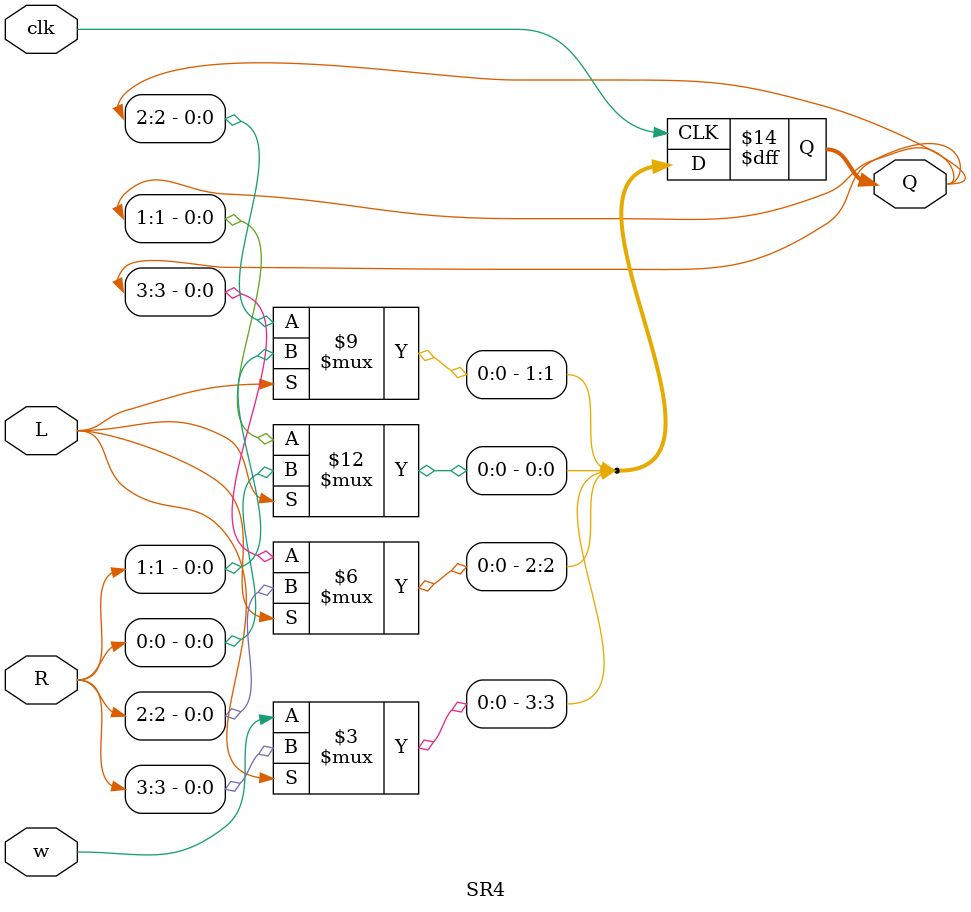
<source format=v>
`timescale 1ns / 1ps
module SR4(input [3:0]R, input L,w,clk, output reg [3:0]Q);
always @(posedge clk)
if(L)
	Q <= R;
else
	begin
	Q[0] <= Q[1];
	Q[1] <= Q[2];
	Q[2] <= Q[3];
	Q[3] <= w;

	end
endmodule

</source>
